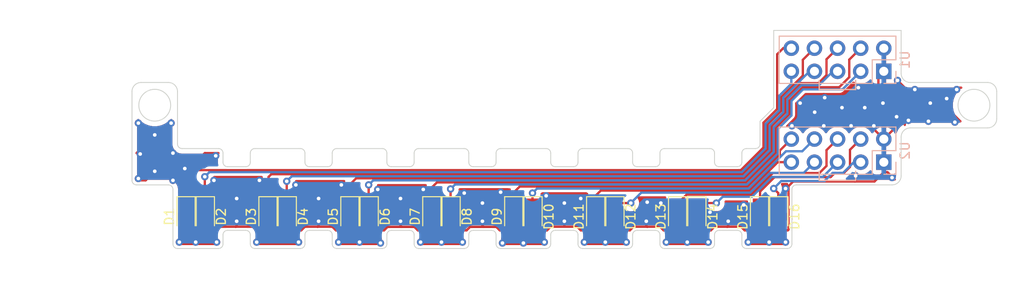
<source format=kicad_pcb>
(kicad_pcb (version 20171130) (host pcbnew "(5.1.6-0-10_14)")
  (layers (0 F.Cu signal) (31 B.Cu signal) (34 B.Paste user) (35 F.Paste user) (36 B.SilkS user) (37 F.SilkS user) (38 B.Mask user) (39 F.Mask user) (44 Edge.Cuts user))
  (net 0 "")
  (net 1 GND)
  (net 2 OUT1)
  (net 3 OUT2)
  (net 4 OUT3)
  (net 5 OUT4)
  (net 6 OUT5)
  (net 7 OUT6)
  (net 8 OUT7)
  (net 9 OUT8)
  (net 10 OUT9)
  (net 11 OUT10)
  (net 12 OUT11)
  (net 13 OUT12)
  (net 14 OUT13)
  (net 15 OUT14)
  (net 16 OUT15)
  (net 17 OUT16)
  (module Pin_Headers:Pin_Header_Straight_2x05_Pitch2.54mm (layer B.Cu) (at 193.095 102 90)
    (fp_text reference U2 (at 1.27 2.33 90) (layer B.SilkS) (effects (justify mirror)))
    (fp_text value Conn_02x05)
    (pad 1 thru_hole rect (at 0 0 90) (size 1.7 1.7) (drill 1) (layers *.Cu *.Mask) (net 1 GND))
    (pad 2 thru_hole oval (at 2.54 0 90) (size 1.7 1.7) (drill 1) (layers *.Cu *.Mask) (net 1 GND))
    (pad 3 thru_hole oval (at 0 -2.54 90) (size 1.7 1.7) (drill 1) (layers *.Cu *.Mask) (net 17 OUT16))
    (pad 4 thru_hole oval (at 2.54 -2.54 90) (size 1.7 1.7) (drill 1) (layers *.Cu *.Mask) (net 16 OUT15))
    (pad 5 thru_hole oval (at 0 -5.08 90) (size 1.7 1.7) (drill 1) (layers *.Cu *.Mask) (net 15 OUT14))
    (pad 6 thru_hole oval (at 2.54 -5.08 90) (size 1.7 1.7) (drill 1) (layers *.Cu *.Mask) (net 14 OUT13))
    (pad 7 thru_hole oval (at 0 -7.62 90) (size 1.7 1.7) (drill 1) (layers *.Cu *.Mask) (net 13 OUT12))
    (pad 8 thru_hole oval (at 2.54 -7.62 90) (size 1.7 1.7) (drill 1) (layers *.Cu *.Mask) (net 11 OUT10))
    (pad 9 thru_hole oval (at 0 -10.16 90) (size 1.7 1.7) (drill 1) (layers *.Cu *.Mask) (net 12 OUT11))
    (pad 10 thru_hole oval (at 2.54 -10.16 90) (size 1.7 1.7) (drill 1) (layers *.Cu *.Mask) (net 10 OUT9))
  )
  (module Diodes_SMD:D_1206 (layer F.Cu) (at 154.5 108 270)
    (fp_text reference D10 (at 0 -1.8 90) (layer F.SilkS))
    (fp_text value D_Photo)
    (pad 1 smd rect (at -1.5 0 270) (size 1 1.6) (layers F.Cu F.Paste F.Mask) (net 11 OUT10))
    (pad 2 smd rect (at 1.5 0 270) (size 1 1.6) (layers F.Cu F.Paste F.Mask) (net 1 GND))
  )
  (module Diodes_SMD:D_1206 (layer F.Cu) (at 127.5 108 270)
    (fp_text reference D4 (at 0 -1.8 90) (layer F.SilkS))
    (fp_text value D_Photo)
    (pad 1 smd rect (at -1.5 0 270) (size 1 1.6) (layers F.Cu F.Paste F.Mask) (net 5 OUT4))
    (pad 2 smd rect (at 1.5 0 270) (size 1 1.6) (layers F.Cu F.Paste F.Mask) (net 1 GND))
  )
  (module Diodes_SMD:D_1206 (layer F.Cu) (at 118.5 108 270)
    (fp_text reference D2 (at 0 -1.8 90) (layer F.SilkS))
    (fp_text value D_Photo)
    (pad 1 smd rect (at -1.5 0 270) (size 1 1.6) (layers F.Cu F.Paste F.Mask) (net 3 OUT2))
    (pad 2 smd rect (at 1.5 0 270) (size 1 1.6) (layers F.Cu F.Paste F.Mask) (net 1 GND))
  )
  (module Diodes_SMD:D_1206 (layer F.Cu) (at 116.5 108 270)
    (fp_text reference D1 (at 0 1.9 90) (layer F.SilkS))
    (fp_text value D_Photo)
    (pad 1 smd rect (at -1.5 0 270) (size 1 1.6) (layers F.Cu F.Paste F.Mask) (net 2 OUT1))
    (pad 2 smd rect (at 1.5 0 270) (size 1 1.6) (layers F.Cu F.Paste F.Mask) (net 1 GND))
  )
  (module Diodes_SMD:D_1206 (layer F.Cu) (at 125.5 108 270)
    (fp_text reference D3 (at 0 1.9 90) (layer F.SilkS))
    (fp_text value D_Photo)
    (pad 1 smd rect (at -1.5 0 270) (size 1 1.6) (layers F.Cu F.Paste F.Mask) (net 4 OUT3))
    (pad 2 smd rect (at 1.5 0 270) (size 1 1.6) (layers F.Cu F.Paste F.Mask) (net 1 GND))
  )
  (module Diodes_SMD:D_1206 (layer F.Cu) (at 134.5 108 270)
    (fp_text reference D5 (at 0 1.9 90) (layer F.SilkS))
    (fp_text value D_Photo)
    (pad 1 smd rect (at -1.5 0 270) (size 1 1.6) (layers F.Cu F.Paste F.Mask) (net 6 OUT5))
    (pad 2 smd rect (at 1.5 0 270) (size 1 1.6) (layers F.Cu F.Paste F.Mask) (net 1 GND))
  )
  (module Diodes_SMD:D_1206 (layer F.Cu) (at 136.5 108 270)
    (fp_text reference D6 (at 0 -1.8 90) (layer F.SilkS))
    (fp_text value D_Photo)
    (pad 1 smd rect (at -1.5 0 270) (size 1 1.6) (layers F.Cu F.Paste F.Mask) (net 7 OUT6))
    (pad 2 smd rect (at 1.5 0 270) (size 1 1.6) (layers F.Cu F.Paste F.Mask) (net 1 GND))
  )
  (module Diodes_SMD:D_1206 (layer F.Cu) (at 143.5 108 270)
    (fp_text reference D7 (at 0 1.9 90) (layer F.SilkS))
    (fp_text value D_Photo)
    (pad 1 smd rect (at -1.5 0 270) (size 1 1.6) (layers F.Cu F.Paste F.Mask) (net 8 OUT7))
    (pad 2 smd rect (at 1.5 0 270) (size 1 1.6) (layers F.Cu F.Paste F.Mask) (net 1 GND))
  )
  (module Diodes_SMD:D_1206 (layer F.Cu) (at 145.5 108 270)
    (fp_text reference D8 (at 0 -1.8 90) (layer F.SilkS))
    (fp_text value D_Photo)
    (pad 1 smd rect (at -1.5 0 270) (size 1 1.6) (layers F.Cu F.Paste F.Mask) (net 9 OUT8))
    (pad 2 smd rect (at 1.5 0 270) (size 1 1.6) (layers F.Cu F.Paste F.Mask) (net 1 GND))
  )
  (module Diodes_SMD:D_1206 (layer F.Cu) (at 152.5 108 270)
    (fp_text reference D9 (at 0 1.9 90) (layer F.SilkS))
    (fp_text value D_Photo)
    (pad 1 smd rect (at -1.5 0 270) (size 1 1.6) (layers F.Cu F.Paste F.Mask) (net 10 OUT9))
    (pad 2 smd rect (at 1.5 0 270) (size 1 1.6) (layers F.Cu F.Paste F.Mask) (net 1 GND))
  )
  (module Diodes_SMD:D_1206 (layer F.Cu) (at 161.5 108 270)
    (fp_text reference D11 (at 0 1.9 90) (layer F.SilkS))
    (fp_text value D_Photo)
    (pad 1 smd rect (at -1.5 0 270) (size 1 1.6) (layers F.Cu F.Paste F.Mask) (net 12 OUT11))
    (pad 2 smd rect (at 1.5 0 270) (size 1 1.6) (layers F.Cu F.Paste F.Mask) (net 1 GND))
  )
  (module Diodes_SMD:D_1206 (layer F.Cu) (at 163.5 108 270)
    (fp_text reference D12 (at 0 -1.8 90) (layer F.SilkS))
    (fp_text value D_Photo)
    (pad 1 smd rect (at -1.5 0 270) (size 1 1.6) (layers F.Cu F.Paste F.Mask) (net 13 OUT12))
    (pad 2 smd rect (at 1.5 0 270) (size 1 1.6) (layers F.Cu F.Paste F.Mask) (net 1 GND))
  )
  (module Diodes_SMD:D_1206 (layer F.Cu) (at 170.5 108 270)
    (fp_text reference D13 (at 0 1.9 90) (layer F.SilkS))
    (fp_text value D_Photo)
    (pad 1 smd rect (at -1.5 0 270) (size 1 1.6) (layers F.Cu F.Paste F.Mask) (net 14 OUT13))
    (pad 2 smd rect (at 1.5 0 270) (size 1 1.6) (layers F.Cu F.Paste F.Mask) (net 1 GND))
  )
  (module Diodes_SMD:D_1206 (layer F.Cu) (at 172.5 108 270)
    (fp_text reference D14 (at 0 -1.8 90) (layer F.SilkS))
    (fp_text value D_Photo)
    (pad 1 smd rect (at -1.5 0 270) (size 1 1.6) (layers F.Cu F.Paste F.Mask) (net 15 OUT14))
    (pad 2 smd rect (at 1.5 0 270) (size 1 1.6) (layers F.Cu F.Paste F.Mask) (net 1 GND))
  )
  (module Diodes_SMD:D_1206 (layer F.Cu) (at 179.5 108 270)
    (fp_text reference D15 (at 0 1.9 90) (layer F.SilkS))
    (fp_text value D_Photo)
    (pad 1 smd rect (at -1.5 0 270) (size 1 1.6) (layers F.Cu F.Paste F.Mask) (net 16 OUT15))
    (pad 2 smd rect (at 1.5 0 270) (size 1 1.6) (layers F.Cu F.Paste F.Mask) (net 1 GND))
  )
  (module Diodes_SMD:D_1206 (layer F.Cu) (at 181.5 108 270)
    (fp_text reference D16 (at 0 -1.8 90) (layer F.SilkS))
    (fp_text value D_Photo)
    (pad 1 smd rect (at -1.5 0 270) (size 1 1.6) (layers F.Cu F.Paste F.Mask) (net 17 OUT16))
    (pad 2 smd rect (at 1.5 0 270) (size 1 1.6) (layers F.Cu F.Paste F.Mask) (net 1 GND))
  )
  (module Pin_Headers:Pin_Header_Straight_2x05_Pitch2.54mm (layer B.Cu) (at 193.095 92 90)
    (fp_text reference U1 (at 1.27 2.33 90) (layer B.SilkS) (effects (justify mirror)))
    (fp_text value Conn_02x05)
    (pad 10 thru_hole oval (at 2.54 -10.16 90) (size 1.7 1.7) (drill 1) (layers *.Cu *.Mask) (net 2 OUT1))
    (pad 9 thru_hole oval (at 0 -10.16 90) (size 1.7 1.7) (drill 1) (layers *.Cu *.Mask) (net 3 OUT2))
    (pad 8 thru_hole oval (at 2.54 -7.62 90) (size 1.7 1.7) (drill 1) (layers *.Cu *.Mask) (net 4 OUT3))
    (pad 7 thru_hole oval (at 0 -7.62 90) (size 1.7 1.7) (drill 1) (layers *.Cu *.Mask) (net 5 OUT4))
    (pad 6 thru_hole oval (at 2.54 -5.08 90) (size 1.7 1.7) (drill 1) (layers *.Cu *.Mask) (net 6 OUT5))
    (pad 5 thru_hole oval (at 0 -5.08 90) (size 1.7 1.7) (drill 1) (layers *.Cu *.Mask) (net 7 OUT6))
    (pad 4 thru_hole oval (at 2.54 -2.54 90) (size 1.7 1.7) (drill 1) (layers *.Cu *.Mask) (net 8 OUT7))
    (pad 3 thru_hole oval (at 0 -2.54 90) (size 1.7 1.7) (drill 1) (layers *.Cu *.Mask) (net 9 OUT8))
    (pad 2 thru_hole oval (at 2.54 0 90) (size 1.7 1.7) (drill 1) (layers *.Cu *.Mask) (net 1 GND))
    (pad 1 thru_hole rect (at 0 0 90) (size 1.7 1.7) (drill 1) (layers *.Cu *.Mask) (net 1 GND))
  )
  (gr_line (start 190 104) (end 190 103) (layer B.SilkS) (width 0.15))
  (gr_line (start 186 104) (end 190 104) (layer B.SilkS) (width 0.15))
  (gr_line (start 186 103) (end 186 104) (layer B.SilkS) (width 0.15))
  (gr_line (start 190 94) (end 190 93) (layer B.SilkS) (width 0.15))
  (gr_line (start 186 94) (end 190 94) (layer B.SilkS) (width 0.15))
  (gr_line (start 186 93) (end 186 94) (layer B.SilkS) (width 0.15))
  (gr_arc (start 179 100) (end 179 100.5) (angle -90) (layer Edge.Cuts) (width 0.1))
  (gr_line (start 178 100.5) (end 179 100.5) (layer Edge.Cuts) (width 0.1))
  (gr_line (start 115 105) (end 115 111) (layer Edge.Cuts) (width 0.1))
  (gr_arc (start 111 104) (end 110.5 104) (angle -90) (layer Edge.Cuts) (width 0.1))
  (gr_arc (start 194 103.5) (end 194 104.5) (angle -90) (layer Edge.Cuts) (width 0.1))
  (gr_line (start 183.5 104.5) (end 194 104.5) (layer Edge.Cuts) (width 0.1))
  (gr_line (start 175 109.5) (end 177 109.5) (layer Edge.Cuts) (width 0.1))
  (gr_line (start 166 109.5) (end 168 109.5) (layer Edge.Cuts) (width 0.1))
  (gr_line (start 157 109.5) (end 159 109.5) (layer Edge.Cuts) (width 0.1))
  (gr_line (start 148 109.5) (end 150 109.5) (layer Edge.Cuts) (width 0.1))
  (gr_line (start 139 109.5) (end 141 109.5) (layer Edge.Cuts) (width 0.1))
  (gr_line (start 130 109.5) (end 132 109.5) (layer Edge.Cuts) (width 0.1))
  (gr_line (start 121 109.5) (end 123 109.5) (layer Edge.Cuts) (width 0.1))
  (gr_line (start 111 104.5) (end 114.5 104.5) (layer Edge.Cuts) (width 0.1))
  (gr_line (start 121 102.5) (end 123 102.5) (layer Edge.Cuts) (width 0.1))
  (gr_line (start 130 102.5) (end 132 102.5) (layer Edge.Cuts) (width 0.1))
  (gr_line (start 139 102.5) (end 141 102.5) (layer Edge.Cuts) (width 0.1))
  (gr_line (start 150 102.5) (end 148 102.5) (layer Edge.Cuts) (width 0.1))
  (gr_line (start 159 102.5) (end 157 102.5) (layer Edge.Cuts) (width 0.1))
  (gr_line (start 168 102.5) (end 166 102.5) (layer Edge.Cuts) (width 0.1))
  (gr_line (start 177 102.5) (end 175 102.5) (layer Edge.Cuts) (width 0.1))
  (gr_line (start 116 100.5) (end 120 100.5) (layer Edge.Cuts) (width 0.1))
  (gr_arc (start 177 102) (end 177 102.5) (angle -90) (layer Edge.Cuts) (width 0.1))
  (gr_arc (start 178 101) (end 178 100.5) (angle -90) (layer Edge.Cuts) (width 0.1))
  (gr_line (start 177.5 101) (end 177.5 102) (layer Edge.Cuts) (width 0.1))
  (gr_arc (start 121 102) (end 120.5 102) (angle -90) (layer Edge.Cuts) (width 0.1))
  (gr_arc (start 120 101) (end 120.5 101) (angle -90) (layer Edge.Cuts) (width 0.1))
  (gr_arc (start 116 100) (end 115.5 100) (angle -90) (layer Edge.Cuts) (width 0.1))
  (gr_line (start 120.5 101) (end 120.5 102) (layer Edge.Cuts) (width 0.1))
  (gr_line (start 123.5 101) (end 123.5 102) (layer Edge.Cuts) (width 0.1))
  (gr_line (start 124 100.5) (end 129 100.5) (layer Edge.Cuts) (width 0.1))
  (gr_arc (start 124 101) (end 124 100.5) (angle -90) (layer Edge.Cuts) (width 0.1))
  (gr_arc (start 130 102) (end 129.5 102) (angle -90) (layer Edge.Cuts) (width 0.1))
  (gr_arc (start 129 101) (end 129.5 101) (angle -90) (layer Edge.Cuts) (width 0.1))
  (gr_line (start 129.5 101) (end 129.5 102) (layer Edge.Cuts) (width 0.1))
  (gr_arc (start 123 102) (end 123 102.5) (angle -90) (layer Edge.Cuts) (width 0.1))
  (gr_arc (start 132 102) (end 132 102.5) (angle -90) (layer Edge.Cuts) (width 0.1))
  (gr_arc (start 133 101) (end 133 100.5) (angle -90) (layer Edge.Cuts) (width 0.1))
  (gr_line (start 133 100.5) (end 138 100.5) (layer Edge.Cuts) (width 0.1))
  (gr_line (start 138.5 101) (end 138.5 102) (layer Edge.Cuts) (width 0.1))
  (gr_arc (start 139 102) (end 138.5 102) (angle -90) (layer Edge.Cuts) (width 0.1))
  (gr_arc (start 138 101) (end 138.5 101) (angle -90) (layer Edge.Cuts) (width 0.1))
  (gr_line (start 132.5 101) (end 132.5 102) (layer Edge.Cuts) (width 0.1))
  (gr_arc (start 148 102) (end 147.5 102) (angle -90) (layer Edge.Cuts) (width 0.1))
  (gr_line (start 141.5 101) (end 141.5 102) (layer Edge.Cuts) (width 0.1))
  (gr_arc (start 147 101) (end 147.5 101) (angle -90) (layer Edge.Cuts) (width 0.1))
  (gr_arc (start 141 102) (end 141 102.5) (angle -90) (layer Edge.Cuts) (width 0.1))
  (gr_line (start 147.5 101) (end 147.5 102) (layer Edge.Cuts) (width 0.1))
  (gr_line (start 142 100.5) (end 147 100.5) (layer Edge.Cuts) (width 0.1))
  (gr_arc (start 142 101) (end 142 100.5) (angle -90) (layer Edge.Cuts) (width 0.1))
  (gr_arc (start 150 102) (end 150 102.5) (angle -90) (layer Edge.Cuts) (width 0.1))
  (gr_arc (start 151 101) (end 151 100.5) (angle -90) (layer Edge.Cuts) (width 0.1))
  (gr_line (start 151 100.5) (end 156 100.5) (layer Edge.Cuts) (width 0.1))
  (gr_arc (start 156 101) (end 156.5 101) (angle -90) (layer Edge.Cuts) (width 0.1))
  (gr_arc (start 157 102) (end 156.5 102) (angle -90) (layer Edge.Cuts) (width 0.1))
  (gr_line (start 150.5 101) (end 150.5 102) (layer Edge.Cuts) (width 0.1))
  (gr_line (start 156.5 101) (end 156.5 102) (layer Edge.Cuts) (width 0.1))
  (gr_arc (start 159 102) (end 159 102.5) (angle -90) (layer Edge.Cuts) (width 0.1))
  (gr_arc (start 160 101) (end 160 100.5) (angle -90) (layer Edge.Cuts) (width 0.1))
  (gr_line (start 165.5 101) (end 165.5 102) (layer Edge.Cuts) (width 0.1))
  (gr_arc (start 165 101) (end 165.5 101) (angle -90) (layer Edge.Cuts) (width 0.1))
  (gr_line (start 160 100.5) (end 165 100.5) (layer Edge.Cuts) (width 0.1))
  (gr_arc (start 166 102) (end 165.5 102) (angle -90) (layer Edge.Cuts) (width 0.1))
  (gr_line (start 159.5 101) (end 159.5 102) (layer Edge.Cuts) (width 0.1))
  (gr_arc (start 169 101) (end 169 100.5) (angle -90) (layer Edge.Cuts) (width 0.1))
  (gr_arc (start 168 102) (end 168 102.5) (angle -90) (layer Edge.Cuts) (width 0.1))
  (gr_arc (start 175 102) (end 174.5 102) (angle -90) (layer Edge.Cuts) (width 0.1))
  (gr_line (start 168.5 101) (end 168.5 102) (layer Edge.Cuts) (width 0.1))
  (gr_line (start 174.5 101) (end 174.5 102) (layer Edge.Cuts) (width 0.1))
  (gr_arc (start 174 101) (end 174.5 101) (angle -90) (layer Edge.Cuts) (width 0.1))
  (gr_line (start 169 100.5) (end 174 100.5) (layer Edge.Cuts) (width 0.1))
  (gr_arc (start 177 110) (end 177.5 110) (angle -90) (layer Edge.Cuts) (width 0.1))
  (gr_line (start 177.5 111) (end 177.5 110) (layer Edge.Cuts) (width 0.1))
  (gr_arc (start 178 111) (end 177.5 111) (angle -90) (layer Edge.Cuts) (width 0.1))
  (gr_arc (start 183.5 105) (end 183.5 104.5) (angle -90) (layer Edge.Cuts) (width 0.1))
  (gr_line (start 182.5 111.5) (end 178 111.5) (layer Edge.Cuts) (width 0.1))
  (gr_line (start 183 111) (end 183 105) (layer Edge.Cuts) (width 0.1))
  (gr_arc (start 182.5 111) (end 182.5 111.5) (angle -90) (layer Edge.Cuts) (width 0.1))
  (gr_line (start 174.5 111) (end 174.5 110) (layer Edge.Cuts) (width 0.1))
  (gr_arc (start 175 110) (end 175 109.5) (angle -90) (layer Edge.Cuts) (width 0.1))
  (gr_arc (start 168 110) (end 168.5 110) (angle -90) (layer Edge.Cuts) (width 0.1))
  (gr_line (start 168.5 111) (end 168.5 110) (layer Edge.Cuts) (width 0.1))
  (gr_arc (start 174 111) (end 174 111.5) (angle -90) (layer Edge.Cuts) (width 0.1))
  (gr_arc (start 169 111) (end 168.5 111) (angle -90) (layer Edge.Cuts) (width 0.1))
  (gr_line (start 174 111.5) (end 169 111.5) (layer Edge.Cuts) (width 0.1))
  (gr_arc (start 166 110) (end 166 109.5) (angle -90) (layer Edge.Cuts) (width 0.1))
  (gr_line (start 159.5 111) (end 159.5 110) (layer Edge.Cuts) (width 0.1))
  (gr_arc (start 165 111) (end 165 111.5) (angle -90) (layer Edge.Cuts) (width 0.1))
  (gr_line (start 165 111.5) (end 160 111.5) (layer Edge.Cuts) (width 0.1))
  (gr_arc (start 159 110) (end 159.5 110) (angle -90) (layer Edge.Cuts) (width 0.1))
  (gr_arc (start 160 111) (end 159.5 111) (angle -90) (layer Edge.Cuts) (width 0.1))
  (gr_line (start 165.5 111) (end 165.5 110) (layer Edge.Cuts) (width 0.1))
  (gr_arc (start 150 110) (end 150.5 110) (angle -90) (layer Edge.Cuts) (width 0.1))
  (gr_arc (start 151 111) (end 150.5 111) (angle -90) (layer Edge.Cuts) (width 0.1))
  (gr_line (start 156.5 111) (end 156.5 110) (layer Edge.Cuts) (width 0.1))
  (gr_arc (start 156 111) (end 156 111.5) (angle -90) (layer Edge.Cuts) (width 0.1))
  (gr_line (start 156 111.5) (end 151 111.5) (layer Edge.Cuts) (width 0.1))
  (gr_arc (start 157 110) (end 157 109.5) (angle -90) (layer Edge.Cuts) (width 0.1))
  (gr_line (start 150.5 111) (end 150.5 110) (layer Edge.Cuts) (width 0.1))
  (gr_line (start 147.5 111) (end 147.5 110) (layer Edge.Cuts) (width 0.1))
  (gr_arc (start 141 110) (end 141.5 110) (angle -90) (layer Edge.Cuts) (width 0.1))
  (gr_line (start 141.5 111) (end 141.5 110) (layer Edge.Cuts) (width 0.1))
  (gr_arc (start 148 110) (end 148 109.5) (angle -90) (layer Edge.Cuts) (width 0.1))
  (gr_arc (start 147 111) (end 147 111.5) (angle -90) (layer Edge.Cuts) (width 0.1))
  (gr_line (start 147 111.5) (end 142 111.5) (layer Edge.Cuts) (width 0.1))
  (gr_arc (start 142 111) (end 141.5 111) (angle -90) (layer Edge.Cuts) (width 0.1))
  (gr_line (start 138.5 111) (end 138.5 110) (layer Edge.Cuts) (width 0.1))
  (gr_arc (start 139 110) (end 139 109.5) (angle -90) (layer Edge.Cuts) (width 0.1))
  (gr_arc (start 138 111) (end 138 111.5) (angle -90) (layer Edge.Cuts) (width 0.1))
  (gr_line (start 138 111.5) (end 133 111.5) (layer Edge.Cuts) (width 0.1))
  (gr_arc (start 132 110) (end 132.5 110) (angle -90) (layer Edge.Cuts) (width 0.1))
  (gr_line (start 132.5 111) (end 132.5 110) (layer Edge.Cuts) (width 0.1))
  (gr_arc (start 133 111) (end 132.5 111) (angle -90) (layer Edge.Cuts) (width 0.1))
  (gr_line (start 129.5 111) (end 129.5 110) (layer Edge.Cuts) (width 0.1))
  (gr_arc (start 130 110) (end 130 109.5) (angle -90) (layer Edge.Cuts) (width 0.1))
  (gr_arc (start 129 111) (end 129 111.5) (angle -90) (layer Edge.Cuts) (width 0.1))
  (gr_line (start 123.5 111) (end 123.5 110) (layer Edge.Cuts) (width 0.1))
  (gr_arc (start 123 110) (end 123.5 110) (angle -90) (layer Edge.Cuts) (width 0.1))
  (gr_line (start 129 111.5) (end 124 111.5) (layer Edge.Cuts) (width 0.1))
  (gr_arc (start 124 111) (end 123.5 111) (angle -90) (layer Edge.Cuts) (width 0.1))
  (gr_arc (start 121 110) (end 121 109.5) (angle -90) (layer Edge.Cuts) (width 0.1))
  (gr_arc (start 114.5 105) (end 115 105) (angle -90) (layer Edge.Cuts) (width 0.1))
  (gr_line (start 120.5 111) (end 120.5 110) (layer Edge.Cuts) (width 0.1))
  (gr_arc (start 120 111) (end 120 111.5) (angle -90) (layer Edge.Cuts) (width 0.1))
  (gr_arc (start 115.5 111) (end 115 111) (angle -90) (layer Edge.Cuts) (width 0.1))
  (gr_line (start 120 111.5) (end 115.5 111.5) (layer Edge.Cuts) (width 0.1))
  (gr_arc (start 114.5 94.23) (end 115.5 94.23) (angle -90) (layer Edge.Cuts) (width 0.1))
  (gr_arc (start 111.5 94.23) (end 111.5 93.23) (angle -90) (layer Edge.Cuts) (width 0.1))
  (gr_line (start 111.5 93.23) (end 114.5 93.23) (layer Edge.Cuts) (width 0.1))
  (gr_line (start 110.5 104) (end 110.5 94.23) (layer Edge.Cuts) (width 0.1))
  (gr_line (start 115.5 100) (end 115.5 94.23) (layer Edge.Cuts) (width 0.1))
  (gr_circle (center 113 95.73) (end 114.75 95.73) (layer Edge.Cuts) (width 0.1))
  (gr_circle (center 203 95.73) (end 204.75 95.73) (layer Edge.Cuts) (width 0.1))
  (gr_arc (start 196 92.23) (end 195 92.23) (angle -90) (layer Edge.Cuts) (width 0.1))
  (gr_arc (start 196 99.23) (end 196 98.23) (angle -90) (layer Edge.Cuts) (width 0.1))
  (gr_line (start 195 92.23) (end 195 87.5) (layer Edge.Cuts) (width 0.1))
  (gr_arc (start 204.5 97.23) (end 204.5 98.23) (angle -90) (layer Edge.Cuts) (width 0.1))
  (gr_arc (start 204.5 94.23) (end 205.5 94.23) (angle -90) (layer Edge.Cuts) (width 0.1))
  (gr_line (start 196 98.23) (end 204.5 98.23) (layer Edge.Cuts) (width 0.1))
  (gr_line (start 205.5 94.23) (end 205.5 97.23) (layer Edge.Cuts) (width 0.1))
  (gr_line (start 196 93.23) (end 204.5 93.23) (layer Edge.Cuts) (width 0.1))
  (gr_line (start 181 96) (end 181 93) (layer Edge.Cuts) (width 0.1))
  (gr_line (start 179.5 97.5) (end 181 96) (layer Edge.Cuts) (width 0.1))
  (gr_line (start 179.5 100) (end 179.5 97.5) (layer Edge.Cuts) (width 0.1))
  (gr_line (start 181 87.5) (end 195 87.5) (layer Edge.Cuts) (width 0.1))
  (gr_line (start 181 93) (end 181 87.5) (layer Edge.Cuts) (width 0.1))
  (gr_line (start 195 103.5) (end 195 99.23) (layer Edge.Cuts) (width 0.1))
  (via (at 111.2 97.7) (size 0.8) (drill 0.4) (layers F.Cu B.Cu) (net 1))
  (segment (start 116.5 109.5) (end 118.5 109.5) (width 0.25) (layer F.Cu) (net 1))
  (segment (start 125.5 109.5) (end 127.5 109.5) (width 0.25) (layer F.Cu) (net 1))
  (segment (start 134.5 109.5) (end 136.5 109.5) (width 0.25) (layer F.Cu) (net 1))
  (segment (start 143.5 109.5) (end 145.5 109.5) (width 0.25) (layer F.Cu) (net 1))
  (segment (start 152.5 109.5) (end 154.5 109.5) (width 0.25) (layer F.Cu) (net 1))
  (segment (start 161.5 109.5) (end 163.5 109.5) (width 0.25) (layer F.Cu) (net 1))
  (segment (start 170.5 109.5) (end 172.5 109.5) (width 0.25) (layer F.Cu) (net 1))
  (segment (start 179.5 109.5) (end 181.5 109.5) (width 0.25) (layer F.Cu) (net 1))
  (segment (start 193.095 99.46) (end 193.095 102) (width 0.25) (layer F.Cu) (net 1))
  (via (at 194.5 97) (size 0.8) (drill 0.4) (layers F.Cu B.Cu) (net 1))
  (via (at 189.5 98) (size 0.8) (drill 0.4) (layers F.Cu B.Cu) (net 1))
  (segment (start 194.5 98.055) (end 194.5 97) (width 0.25) (layer F.Cu) (net 1))
  (segment (start 193.095 99.46) (end 194.5 98.055) (width 0.25) (layer F.Cu) (net 1))
  (segment (start 194.5 96) (end 192.5 94) (width 0.25) (layer F.Cu) (net 1))
  (segment (start 194.5 97) (end 194.5 96) (width 0.25) (layer F.Cu) (net 1))
  (segment (start 192.5 92.595) (end 193.095 92) (width 0.25) (layer F.Cu) (net 1))
  (segment (start 192.5 94) (end 192.5 92.595) (width 0.25) (layer F.Cu) (net 1))
  (segment (start 193.095 89.46) (end 193.095 92) (width 0.25) (layer F.Cu) (net 1))
  (via (at 195.8 97.4) (size 0.8) (drill 0.4) (layers F.Cu B.Cu) (net 1))
  (via (at 194.6 93) (size 0.8) (drill 0.4) (layers F.Cu B.Cu) (net 1))
  (via (at 201.1 94) (size 0.8) (drill 0.4) (layers F.Cu B.Cu) (net 1))
  (via (at 198.2 95.5) (size 0.8) (drill 0.4) (layers F.Cu B.Cu) (net 1))
  (via (at 196.5 94) (size 0.8) (drill 0.4) (layers F.Cu B.Cu) (net 1))
  (via (at 200 95) (size 0.8) (drill 0.4) (layers F.Cu B.Cu) (net 1))
  (segment (start 196.1 94.5) (end 196.5 94.5) (width 0.25) (layer F.Cu) (net 1))
  (segment (start 199.5 94.5) (end 200 95) (width 0.25) (layer F.Cu) (net 1))
  (segment (start 201.2 93.8) (end 200 95) (width 0.25) (layer F.Cu) (net 1))
  (segment (start 201.6 93.8) (end 201.2 93.8) (width 0.25) (layer F.Cu) (net 1))
  (segment (start 200 96) (end 200 95) (width 0.25) (layer F.Cu) (net 1))
  (segment (start 198.2 94.5) (end 199.5 94.5) (width 0.25) (layer F.Cu) (net 1))
  (segment (start 198.2 96.3) (end 198.2 94.5) (width 0.25) (layer F.Cu) (net 1))
  (segment (start 196.5 94.5) (end 198.2 94.5) (width 0.25) (layer F.Cu) (net 1))
  (segment (start 195.4 94.4) (end 195.7 94.1) (width 0.25) (layer F.Cu) (net 1))
  (segment (start 195.7 94.1) (end 196.1 94.5) (width 0.25) (layer F.Cu) (net 1))
  (segment (start 194.6 93) (end 195.7 94.1) (width 0.25) (layer F.Cu) (net 1))
  (segment (start 194.5 97) (end 195.4 97) (width 0.25) (layer F.Cu) (net 1))
  (segment (start 195.4 97) (end 195.4 94.4) (width 0.25) (layer F.Cu) (net 1))
  (segment (start 195.4 97.9) (end 195.4 97) (width 0.25) (layer F.Cu) (net 1))
  (segment (start 118.5 109.5) (end 119.8 109.5) (width 0.25) (layer F.Cu) (net 1))
  (segment (start 119.8 109.5) (end 120.192144 109.107856) (width 0.25) (layer F.Cu) (net 1))
  (segment (start 124.2 109.5) (end 125.5 109.5) (width 0.25) (layer F.Cu) (net 1))
  (segment (start 123.807856 109.107856) (end 124.2 109.5) (width 0.25) (layer F.Cu) (net 1))
  (segment (start 127.5 109.5) (end 129.1 109.5) (width 0.25) (layer F.Cu) (net 1))
  (segment (start 129.1 109.5) (end 129.492144 109.107856) (width 0.25) (layer F.Cu) (net 1))
  (segment (start 132.9 109.5) (end 134.5 109.5) (width 0.25) (layer F.Cu) (net 1))
  (segment (start 132.507856 109.107856) (end 132.9 109.5) (width 0.25) (layer F.Cu) (net 1))
  (segment (start 136.5 109.5) (end 138.2 109.5) (width 0.25) (layer F.Cu) (net 1))
  (segment (start 138.2 109.5) (end 138.575754 109.124246) (width 0.25) (layer F.Cu) (net 1))
  (segment (start 141.9 109.5) (end 143.5 109.5) (width 0.25) (layer F.Cu) (net 1))
  (segment (start 141.524246 109.124246) (end 141.9 109.5) (width 0.25) (layer F.Cu) (net 1))
  (segment (start 150.9 109.5) (end 152.5 109.5) (width 0.25) (layer F.Cu) (net 1))
  (segment (start 147.261496 109.5) (end 147.63725 109.124246) (width 0.25) (layer F.Cu) (net 1))
  (segment (start 150.524246 109.124246) (end 150.9 109.5) (width 0.25) (layer F.Cu) (net 1))
  (segment (start 145.5 109.5) (end 147.261496 109.5) (width 0.25) (layer F.Cu) (net 1))
  (segment (start 154.5 109.5) (end 156.1 109.5) (width 0.25) (layer F.Cu) (net 1))
  (segment (start 156.492144 109.107856) (end 159.407856 109.107856) (width 0.25) (layer F.Cu) (net 1))
  (segment (start 156.1 109.5) (end 156.492144 109.107856) (width 0.25) (layer F.Cu) (net 1))
  (segment (start 159.8 109.5) (end 161.5 109.5) (width 0.25) (layer F.Cu) (net 1))
  (segment (start 159.407856 109.107856) (end 159.8 109.5) (width 0.25) (layer F.Cu) (net 1))
  (segment (start 163.5 109.5) (end 165.2 109.5) (width 0.25) (layer F.Cu) (net 1))
  (segment (start 165.2 109.5) (end 165.592144 109.107856) (width 0.25) (layer F.Cu) (net 1))
  (segment (start 168.9 109.5) (end 170.5 109.5) (width 0.25) (layer F.Cu) (net 1))
  (segment (start 168.507856 109.107856) (end 168.9 109.5) (width 0.25) (layer F.Cu) (net 1))
  (segment (start 172.5 109.5) (end 174.1 109.5) (width 0.25) (layer F.Cu) (net 1))
  (segment (start 174.1 109.5) (end 174.492144 109.107856) (width 0.25) (layer F.Cu) (net 1))
  (segment (start 177.8 109.5) (end 179.5 109.5) (width 0.25) (layer F.Cu) (net 1))
  (segment (start 177.407856 109.107856) (end 177.8 109.5) (width 0.25) (layer F.Cu) (net 1))
  (segment (start 182.55 109.5) (end 182.625001 109.424999) (width 0.25) (layer F.Cu) (net 1))
  (segment (start 182.625001 109.424999) (end 182.625001 105.474999) (width 0.25) (layer F.Cu) (net 1))
  (segment (start 181.5 109.5) (end 182.55 109.5) (width 0.25) (layer F.Cu) (net 1))
  (via (at 114.8 97.7) (size 0.8) (drill 0.4) (layers F.Cu B.Cu) (net 1))
  (via (at 111.4 101.1) (size 0.8) (drill 0.4) (layers F.Cu B.Cu) (net 1))
  (via (at 111.2 103.8) (size 0.8) (drill 0.4) (layers F.Cu B.Cu) (net 1))
  (via (at 119.7 101.3) (size 0.8) (drill 0.4) (layers F.Cu B.Cu) (net 1))
  (via (at 115 101) (size 0.8) (drill 0.4) (layers F.Cu B.Cu) (net 1))
  (via (at 115 104) (size 0.8) (drill 0.4) (layers F.Cu B.Cu) (net 1))
  (via (at 119.5 104) (size 0.8) (drill 0.4) (layers F.Cu B.Cu) (net 1))
  (via (at 124.5 104) (size 0.8) (drill 0.4) (layers F.Cu B.Cu) (net 1))
  (via (at 122 108.5) (size 0.8) (drill 0.4) (layers F.Cu B.Cu) (net 1))
  (via (at 117.5 110.8) (size 0.8) (drill 0.4) (layers F.Cu B.Cu) (net 1))
  (via (at 135.5 110.8) (size 0.8) (drill 0.4) (layers F.Cu B.Cu) (net 1))
  (via (at 144.5 110.8) (size 0.8) (drill 0.4) (layers F.Cu B.Cu) (net 1))
  (via (at 153.5 110.9) (size 0.8) (drill 0.4) (layers F.Cu B.Cu) (net 1))
  (via (at 162.5 110.8) (size 0.8) (drill 0.4) (layers F.Cu B.Cu) (net 1))
  (via (at 171.5 110.8) (size 0.8) (drill 0.4) (layers F.Cu B.Cu) (net 1))
  (via (at 180.5 110.8) (size 0.8) (drill 0.4) (layers F.Cu B.Cu) (net 1))
  (via (at 182.3 110.8) (size 0.8) (drill 0.4) (layers F.Cu B.Cu) (net 1))
  (via (at 178.2 110.8) (size 0.8) (drill 0.4) (layers F.Cu B.Cu) (net 1))
  (via (at 173.8 110.8) (size 0.8) (drill 0.4) (layers F.Cu B.Cu) (net 1))
  (via (at 169.2 110.8) (size 0.8) (drill 0.4) (layers F.Cu B.Cu) (net 1))
  (via (at 164.8 110.8) (size 0.8) (drill 0.4) (layers F.Cu B.Cu) (net 1))
  (via (at 160.2 110.8) (size 0.8) (drill 0.4) (layers F.Cu B.Cu) (net 1))
  (via (at 155.8 110.8) (size 0.8) (drill 0.4) (layers F.Cu B.Cu) (net 1))
  (via (at 151.2 110.9) (size 0.8) (drill 0.4) (layers F.Cu B.Cu) (net 1))
  (via (at 146.8 110.8) (size 0.8) (drill 0.4) (layers F.Cu B.Cu) (net 1))
  (via (at 142.2 110.8) (size 0.8) (drill 0.4) (layers F.Cu B.Cu) (net 1))
  (via (at 137.8 110.9) (size 0.8) (drill 0.4) (layers F.Cu B.Cu) (net 1))
  (via (at 133.2 110.8) (size 0.8) (drill 0.4) (layers F.Cu B.Cu) (net 1))
  (via (at 128.8 110.8) (size 0.8) (drill 0.4) (layers F.Cu B.Cu) (net 1))
  (via (at 124.2 110.8) (size 0.8) (drill 0.4) (layers F.Cu B.Cu) (net 1))
  (via (at 119.8 110.8) (size 0.8) (drill 0.4) (layers F.Cu B.Cu) (net 1))
  (via (at 115.7 110.8) (size 0.8) (drill 0.4) (layers F.Cu B.Cu) (net 1))
  (via (at 122 106) (size 0.8) (drill 0.4) (layers F.Cu B.Cu) (net 1))
  (via (at 131 106) (size 0.8) (drill 0.4) (layers F.Cu B.Cu) (net 1))
  (via (at 131 108.5) (size 0.8) (drill 0.4) (layers F.Cu B.Cu) (net 1))
  (via (at 128.5 104.5) (size 0.8) (drill 0.4) (layers F.Cu B.Cu) (net 1))
  (via (at 133.5 104.5) (size 0.8) (drill 0.4) (layers F.Cu B.Cu) (net 1))
  (via (at 140 108.5) (size 0.8) (drill 0.4) (layers F.Cu B.Cu) (net 1))
  (via (at 140 106) (size 0.8) (drill 0.4) (layers F.Cu B.Cu) (net 1))
  (via (at 142.5 105) (size 0.8) (drill 0.4) (layers F.Cu B.Cu) (net 1))
  (via (at 137.5 105) (size 0.8) (drill 0.4) (layers F.Cu B.Cu) (net 1))
  (via (at 149 108.5) (size 0.8) (drill 0.4) (layers F.Cu B.Cu) (net 1))
  (via (at 149 106.5) (size 0.8) (drill 0.4) (layers F.Cu B.Cu) (net 1))
  (via (at 147 105.4) (size 0.8) (drill 0.4) (layers F.Cu B.Cu) (net 1))
  (via (at 151 105.3) (size 0.8) (drill 0.4) (layers F.Cu B.Cu) (net 1))
  (via (at 158 108.5) (size 0.8) (drill 0.4) (layers F.Cu B.Cu) (net 1))
  (via (at 158 106.5) (size 0.8) (drill 0.4) (layers F.Cu B.Cu) (net 1))
  (via (at 156 105.7) (size 0.8) (drill 0.4) (layers F.Cu B.Cu) (net 1))
  (via (at 159.8 106) (size 0.8) (drill 0.4) (layers F.Cu B.Cu) (net 1))
  (via (at 176 108.5) (size 0.8) (drill 0.4) (layers F.Cu B.Cu) (net 1))
  (via (at 174 107.5) (size 0.8) (drill 0.4) (layers F.Cu B.Cu) (net 1))
  (via (at 177.7 106.7) (size 0.8) (drill 0.4) (layers F.Cu B.Cu) (net 1))
  (via (at 190 103.5) (size 0.8) (drill 0.4) (layers F.Cu B.Cu) (net 1))
  (via (at 183.9 95.5) (size 0.8) (drill 0.4) (layers F.Cu B.Cu) (net 1))
  (via (at 183 98) (size 0.8) (drill 0.4) (layers F.Cu B.Cu) (net 1))
  (via (at 186.5 98) (size 0.8) (drill 0.4) (layers F.Cu B.Cu) (net 1))
  (via (at 192 98) (size 0.8) (drill 0.4) (layers F.Cu B.Cu) (net 1))
  (via (at 186.6 94.9) (size 0.8) (drill 0.4) (layers F.Cu B.Cu) (net 1))
  (via (at 190.3 93.8) (size 0.8) (drill 0.4) (layers F.Cu B.Cu) (net 1))
  (via (at 185.5 96.5) (size 0.8) (drill 0.4) (layers F.Cu B.Cu) (net 1))
  (via (at 188.5 96) (size 0.8) (drill 0.4) (layers F.Cu B.Cu) (net 1))
  (via (at 191 96) (size 0.8) (drill 0.4) (layers F.Cu B.Cu) (net 1))
  (via (at 193 95.5) (size 0.8) (drill 0.4) (layers F.Cu B.Cu) (net 1))
  (via (at 200.9 97.6) (size 0.8) (drill 0.4) (layers F.Cu B.Cu) (net 1))
  (via (at 198 97.5) (size 0.8) (drill 0.4) (layers F.Cu B.Cu) (net 1))
  (via (at 113 103) (size 0.8) (drill 0.4) (layers F.Cu B.Cu) (net 1))
  (via (at 113 99) (size 0.8) (drill 0.4) (layers F.Cu B.Cu) (net 1))
  (via (at 116.3 102.7) (size 0.8) (drill 0.4) (layers F.Cu B.Cu) (net 1))
  (segment (start 112.5 99) (end 113 99) (width 0.25) (layer F.Cu) (net 1))
  (segment (start 111 97.5) (end 112.5 99) (width 0.25) (layer F.Cu) (net 1))
  (segment (start 113.5 99) (end 113 99) (width 0.25) (layer F.Cu) (net 1))
  (segment (start 115 97.5) (end 113.5 99) (width 0.25) (layer F.Cu) (net 1))
  (segment (start 111 101) (end 113 99) (width 0.25) (layer F.Cu) (net 1))
  (segment (start 115 101) (end 113 99) (width 0.25) (layer F.Cu) (net 1))
  (segment (start 113 103) (end 115 101) (width 0.25) (layer F.Cu) (net 1))
  (segment (start 115 101.5) (end 115 101) (width 0.25) (layer F.Cu) (net 1))
  (segment (start 116.5 103) (end 115 101.5) (width 0.25) (layer F.Cu) (net 1))
  (segment (start 118.5 101) (end 116.5 103) (width 0.25) (layer F.Cu) (net 1))
  (segment (start 120 101) (end 118.5 101) (width 0.25) (layer F.Cu) (net 1))
  (segment (start 115.5 111) (end 117.5 111) (width 0.25) (layer F.Cu) (net 1))
  (segment (start 118.5 109.5) (end 118.5 111) (width 0.25) (layer F.Cu) (net 1))
  (segment (start 118.5 111) (end 120 111) (width 0.25) (layer F.Cu) (net 1))
  (segment (start 117.5 111) (end 118.5 111) (width 0.25) (layer F.Cu) (net 1))
  (segment (start 122 109) (end 121.892144 109.107856) (width 0.25) (layer F.Cu) (net 1))
  (segment (start 122 108.5) (end 122 109) (width 0.25) (layer F.Cu) (net 1))
  (segment (start 121.892144 109.107856) (end 123.807856 109.107856) (width 0.25) (layer F.Cu) (net 1))
  (segment (start 120.192144 109.107856) (end 121.892144 109.107856) (width 0.25) (layer F.Cu) (net 1))
  (segment (start 122 106) (end 122 108.5) (width 0.25) (layer F.Cu) (net 1))
  (segment (start 121.5 106) (end 122 106) (width 0.25) (layer F.Cu) (net 1))
  (segment (start 119.5 104) (end 121.5 106) (width 0.25) (layer F.Cu) (net 1))
  (segment (start 122.5 106) (end 122 106) (width 0.25) (layer F.Cu) (net 1))
  (segment (start 124.5 104) (end 122.5 106) (width 0.25) (layer F.Cu) (net 1))
  (segment (start 131 109) (end 130.892144 109.107856) (width 0.25) (layer F.Cu) (net 1))
  (segment (start 130.892144 109.107856) (end 132.507856 109.107856) (width 0.25) (layer F.Cu) (net 1))
  (segment (start 131 108.5) (end 131 109) (width 0.25) (layer F.Cu) (net 1))
  (segment (start 129.492144 109.107856) (end 130.892144 109.107856) (width 0.25) (layer F.Cu) (net 1))
  (segment (start 124 111) (end 126.5 111) (width 0.25) (layer F.Cu) (net 1))
  (segment (start 127.5 109.5) (end 127.5 111) (width 0.25) (layer F.Cu) (net 1))
  (segment (start 127.5 111) (end 129 111) (width 0.25) (layer F.Cu) (net 1))
  (segment (start 126.5 111) (end 127.5 111) (width 0.25) (layer F.Cu) (net 1))
  (segment (start 131 106) (end 131 108.5) (width 0.25) (layer F.Cu) (net 1))
  (segment (start 129.5 104.5) (end 131 106) (width 0.25) (layer F.Cu) (net 1))
  (segment (start 128.5 104.5) (end 129.5 104.5) (width 0.25) (layer F.Cu) (net 1))
  (segment (start 132.5 104.5) (end 131 106) (width 0.25) (layer F.Cu) (net 1))
  (segment (start 133.5 104.5) (end 132.5 104.5) (width 0.25) (layer F.Cu) (net 1))
  (segment (start 133 111) (end 135.5 111) (width 0.25) (layer F.Cu) (net 1))
  (segment (start 136.5 109.5) (end 136.5 111) (width 0.25) (layer F.Cu) (net 1))
  (segment (start 136.5 111) (end 138 111) (width 0.25) (layer F.Cu) (net 1))
  (segment (start 135.5 111) (end 136.5 111) (width 0.25) (layer F.Cu) (net 1))
  (segment (start 139 105) (end 140 106) (width 0.25) (layer F.Cu) (net 1))
  (segment (start 137.5 105) (end 139 105) (width 0.25) (layer F.Cu) (net 1))
  (segment (start 141 105) (end 140 106) (width 0.25) (layer F.Cu) (net 1))
  (segment (start 142.5 105) (end 141 105) (width 0.25) (layer F.Cu) (net 1))
  (segment (start 140 106) (end 140 108.5) (width 0.25) (layer F.Cu) (net 1))
  (segment (start 140 109) (end 140.124246 109.124246) (width 0.25) (layer F.Cu) (net 1))
  (segment (start 140 108.5) (end 140 109) (width 0.25) (layer F.Cu) (net 1))
  (segment (start 140.124246 109.124246) (end 141.524246 109.124246) (width 0.25) (layer F.Cu) (net 1))
  (segment (start 138.575754 109.124246) (end 140.124246 109.124246) (width 0.25) (layer F.Cu) (net 1))
  (segment (start 142 111) (end 144.5 111) (width 0.25) (layer F.Cu) (net 1))
  (segment (start 145.5 109.5) (end 145.5 111) (width 0.25) (layer F.Cu) (net 1))
  (segment (start 145.5 111) (end 147 111) (width 0.25) (layer F.Cu) (net 1))
  (segment (start 144.5 111) (end 145.5 111) (width 0.25) (layer F.Cu) (net 1))
  (segment (start 147.5 105) (end 149 106.5) (width 0.25) (layer F.Cu) (net 1))
  (segment (start 146.5 105) (end 147.5 105) (width 0.25) (layer F.Cu) (net 1))
  (segment (start 150.5 105) (end 149 106.5) (width 0.25) (layer F.Cu) (net 1))
  (segment (start 152 105) (end 150.5 105) (width 0.25) (layer F.Cu) (net 1))
  (segment (start 149 106.5) (end 149 108.5) (width 0.25) (layer F.Cu) (net 1))
  (segment (start 149 109) (end 149.124246 109.124246) (width 0.25) (layer F.Cu) (net 1))
  (segment (start 149 108.5) (end 149 109) (width 0.25) (layer F.Cu) (net 1))
  (segment (start 149.124246 109.124246) (end 150.524246 109.124246) (width 0.25) (layer F.Cu) (net 1))
  (segment (start 147.63725 109.124246) (end 149.124246 109.124246) (width 0.25) (layer F.Cu) (net 1))
  (segment (start 151 111) (end 153.5 111) (width 0.25) (layer F.Cu) (net 1))
  (segment (start 154.5 109.5) (end 154.5 111) (width 0.25) (layer F.Cu) (net 1))
  (segment (start 154.5 111) (end 156 111) (width 0.25) (layer F.Cu) (net 1))
  (segment (start 153.5 111) (end 154.5 111) (width 0.25) (layer F.Cu) (net 1))
  (segment (start 157 105.5) (end 158 106.5) (width 0.25) (layer F.Cu) (net 1))
  (segment (start 155.5 105.5) (end 157 105.5) (width 0.25) (layer F.Cu) (net 1))
  (segment (start 159 105.5) (end 158 106.5) (width 0.25) (layer F.Cu) (net 1))
  (segment (start 160.5 105.5) (end 159 105.5) (width 0.25) (layer F.Cu) (net 1))
  (segment (start 158 106.5) (end 158 108.5) (width 0.25) (layer F.Cu) (net 1))
  (segment (start 158 108.5) (end 158 109) (width 0.25) (layer F.Cu) (net 1))
  (segment (start 160 111) (end 162.5 111) (width 0.25) (layer F.Cu) (net 1))
  (segment (start 163.5 109.5) (end 163.5 111) (width 0.25) (layer F.Cu) (net 1))
  (segment (start 163.5 111) (end 165 111) (width 0.25) (layer F.Cu) (net 1))
  (segment (start 162.5 111) (end 163.5 111) (width 0.25) (layer F.Cu) (net 1))
  (via (at 167 108.5) (size 0.8) (drill 0.4) (layers F.Cu B.Cu) (net 1))
  (via (at 168.6 106.5) (size 0.8) (drill 0.4) (layers F.Cu B.Cu) (net 1))
  (via (at 167.1 106.4) (size 0.8) (drill 0.4) (layers F.Cu B.Cu) (net 1))
  (segment (start 169 106) (end 167 106) (width 0.25) (layer F.Cu) (net 1))
  (segment (start 167 106) (end 167 108.5) (width 0.25) (layer F.Cu) (net 1))
  (segment (start 167 109) (end 167.107856 109.107856) (width 0.25) (layer F.Cu) (net 1))
  (segment (start 167 108.5) (end 167 109) (width 0.25) (layer F.Cu) (net 1))
  (segment (start 167.107856 109.107856) (end 168.507856 109.107856) (width 0.25) (layer F.Cu) (net 1))
  (segment (start 165.592144 109.107856) (end 167.107856 109.107856) (width 0.25) (layer F.Cu) (net 1))
  (segment (start 169 111) (end 171.5 111) (width 0.25) (layer F.Cu) (net 1))
  (segment (start 172.5 109.5) (end 172.5 111) (width 0.25) (layer F.Cu) (net 1))
  (segment (start 172.5 111) (end 174 111) (width 0.25) (layer F.Cu) (net 1))
  (segment (start 171.5 111) (end 172.5 111) (width 0.25) (layer F.Cu) (net 1))
  (segment (start 175 107.5) (end 176 108.5) (width 0.25) (layer F.Cu) (net 1))
  (segment (start 174 107.5) (end 175 107.5) (width 0.25) (layer F.Cu) (net 1))
  (segment (start 178 106.5) (end 176 108.5) (width 0.25) (layer F.Cu) (net 1))
  (segment (start 176 108.5) (end 176 109) (width 0.25) (layer F.Cu) (net 1))
  (segment (start 176 109) (end 175.892144 109.107856) (width 0.25) (layer F.Cu) (net 1))
  (segment (start 175.892144 109.107856) (end 177.407856 109.107856) (width 0.25) (layer F.Cu) (net 1))
  (segment (start 174.492144 109.107856) (end 175.892144 109.107856) (width 0.25) (layer F.Cu) (net 1))
  (segment (start 178 111) (end 180.5 111) (width 0.25) (layer F.Cu) (net 1))
  (segment (start 181.5 109.5) (end 181.5 111) (width 0.25) (layer F.Cu) (net 1))
  (segment (start 181.5 111) (end 182.5 111) (width 0.25) (layer F.Cu) (net 1))
  (segment (start 180.5 111) (end 181.5 111) (width 0.25) (layer F.Cu) (net 1))
  (segment (start 183.5 97.5) (end 183.5 95.5) (width 0.25) (layer F.Cu) (net 1))
  (segment (start 183 98) (end 183.5 97.5) (width 0.25) (layer F.Cu) (net 1))
  (segment (start 192 98.365) (end 193.095 99.46) (width 0.25) (layer F.Cu) (net 1))
  (segment (start 192 98) (end 192 98.365) (width 0.25) (layer F.Cu) (net 1))
  (segment (start 192 98) (end 189.5 98) (width 0.25) (layer F.Cu) (net 1))
  (segment (start 189.5 98) (end 186.5 98) (width 0.25) (layer F.Cu) (net 1))
  (segment (start 186.5 98) (end 183 98) (width 0.25) (layer F.Cu) (net 1))
  (segment (start 185.5 95.5) (end 186.5 94.5) (width 0.25) (layer F.Cu) (net 1))
  (segment (start 183.5 95.5) (end 185.5 95.5) (width 0.25) (layer F.Cu) (net 1))
  (segment (start 185.5 96.5) (end 185.5 95.5) (width 0.25) (layer F.Cu) (net 1))
  (segment (start 186 96) (end 185.5 96.5) (width 0.25) (layer F.Cu) (net 1))
  (segment (start 188.5 96) (end 186 96) (width 0.25) (layer F.Cu) (net 1))
  (segment (start 188.5 96) (end 191 96) (width 0.25) (layer F.Cu) (net 1))
  (segment (start 190 95) (end 191 96) (width 0.25) (layer F.Cu) (net 1))
  (segment (start 190 93.5) (end 190 95) (width 0.25) (layer F.Cu) (net 1))
  (segment (start 191.5 95.5) (end 191 96) (width 0.25) (layer F.Cu) (net 1))
  (segment (start 193 95.5) (end 191.5 95.5) (width 0.25) (layer F.Cu) (net 1))
  (segment (start 198 96.5) (end 198.2 96.3) (width 0.25) (layer F.Cu) (net 1))
  (segment (start 198 97.5) (end 198 96.5) (width 0.25) (layer F.Cu) (net 1))
  (segment (start 201.5 97.5) (end 200 96) (width 0.25) (layer F.Cu) (net 1))
  (segment (start 119.5 104) (end 118.5 105) (width 0.25) (layer B.Cu) (net 1))
  (segment (start 118.5 105) (end 117.5 104) (width 0.25) (layer B.Cu) (net 1))
  (segment (start 116.5 103) (end 116.5 104) (width 0.25) (layer B.Cu) (net 1))
  (segment (start 116.5 104) (end 115 104) (width 0.25) (layer B.Cu) (net 1))
  (segment (start 117.5 104) (end 116.5 104) (width 0.25) (layer B.Cu) (net 1))
  (segment (start 183.136506 104.12499) (end 182.62499 104.636506) (width 0.25) (layer F.Cu) (net 1))
  (segment (start 193.095 103.1) (end 192.07001 104.12499) (width 0.25) (layer F.Cu) (net 1))
  (segment (start 193.095 102) (end 193.095 103.1) (width 0.25) (layer F.Cu) (net 1))
  (segment (start 190 104.04998) (end 189.92499 104.12499) (width 0.25) (layer F.Cu) (net 1))
  (segment (start 190 103.5) (end 190 104.04998) (width 0.25) (layer F.Cu) (net 1))
  (segment (start 189.92499 104.12499) (end 183.136506 104.12499) (width 0.25) (layer F.Cu) (net 1))
  (segment (start 192.07001 104.12499) (end 189.92499 104.12499) (width 0.25) (layer F.Cu) (net 1))
  (via (at 194 103.7) (size 0.8) (drill 0.4) (layers F.Cu B.Cu) (net 1))
  (via (at 182.3 104.9) (size 0.8) (drill 0.4) (layers F.Cu B.Cu) (net 1))
  (segment (start 182.5 104.85002) (end 182.62499 104.97501) (width 0.25) (layer F.Cu) (net 1))
  (segment (start 182.5 104.7) (end 182.5 104.85002) (width 0.25) (layer F.Cu) (net 1))
  (segment (start 182.62499 104.97501) (end 182.62499 105.474999) (width 0.25) (layer F.Cu) (net 1))
  (segment (start 182.62499 104.636506) (end 182.62499 104.97501) (width 0.25) (layer F.Cu) (net 1))
  (segment (start 193.5 103.1) (end 193.095 103.1) (width 0.25) (layer F.Cu) (net 1))
  (segment (start 194.3 103.9) (end 193.5 103.1) (width 0.25) (layer F.Cu) (net 1))
  (segment (start 112 104) (end 113 103) (width 0.25) (layer F.Cu) (net 1))
  (segment (start 111 104) (end 112 104) (width 0.25) (layer F.Cu) (net 1))
  (segment (start 201 97.5) (end 200.9 97.6) (width 0.25) (layer F.Cu) (net 1))
  (segment (start 201.5 97.5) (end 201 97.5) (width 0.25) (layer F.Cu) (net 1))
  (segment (start 116.5 106.5) (end 116.2 106.5) (width 0.25) (layer F.Cu) (net 2))
  (segment (start 182.04 89.46) (end 182.935 89.46) (width 0.25) (layer F.Cu) (net 2))
  (segment (start 181.37501 90.12499) (end 182.04 89.46) (width 0.25) (layer F.Cu) (net 2))
  (segment (start 117.52499 102.87501) (end 177.386674 102.87501) (width 0.25) (layer F.Cu) (net 2))
  (segment (start 116.5 103.9) (end 117.52499 102.87501) (width 0.25) (layer F.Cu) (net 2))
  (segment (start 116.5 106.5) (end 116.5 103.9) (width 0.25) (layer F.Cu) (net 2))
  (segment (start 177.386674 102.87501) (end 179.87501 100.386674) (width 0.25) (layer F.Cu) (net 2))
  (segment (start 181.37501 96.155334) (end 181.37501 94.52499) (width 0.25) (layer F.Cu) (net 2))
  (segment (start 179.87501 97.655334) (end 181.37501 96.155334) (width 0.25) (layer F.Cu) (net 2))
  (segment (start 179.87501 100.386674) (end 179.87501 97.655334) (width 0.25) (layer F.Cu) (net 2))
  (segment (start 181.37501 94.52499) (end 181.37501 90.12499) (width 0.25) (layer F.Cu) (net 2))
  (segment (start 181.37501 94.655334) (end 181.37501 94.52499) (width 0.25) (layer F.Cu) (net 2))
  (segment (start 118.5 106.5) (end 118.8 106.5) (width 0.25) (layer F.Cu) (net 3))
  (via (at 118.5 103.60001) (size 0.8) (drill 0.4) (layers F.Cu B.Cu) (net 3))
  (segment (start 118.5 106.5) (end 118.5 103.60001) (width 0.25) (layer F.Cu) (net 3))
  (segment (start 119.00001 103.1) (end 118.5 103.60001) (width 0.25) (layer B.Cu) (net 3))
  (segment (start 177.5 103.1) (end 119.00001 103.1) (width 0.25) (layer B.Cu) (net 3))
  (segment (start 182.935 93.365) (end 182.935 92) (width 0.25) (layer B.Cu) (net 3))
  (segment (start 177.5 103.1) (end 180.1 100.5) (width 0.25) (layer B.Cu) (net 3))
  (segment (start 180.1 100.5) (end 180.1 97.8) (width 0.25) (layer B.Cu) (net 3))
  (segment (start 180.1 97.8) (end 181.6 96.3) (width 0.25) (layer B.Cu) (net 3))
  (segment (start 181.6 94.7) (end 182.935 93.365) (width 0.25) (layer B.Cu) (net 3))
  (segment (start 181.6 96.3) (end 181.6 94.7) (width 0.25) (layer B.Cu) (net 3))
  (segment (start 125.5 106.5) (end 125.2 106.5) (width 0.25) (layer F.Cu) (net 4))
  (segment (start 125.5 106.5) (end 125.5 103.62502) (width 0.25) (layer F.Cu) (net 4))
  (segment (start 125.8 103.32502) (end 177.573075 103.325019) (width 0.25) (layer F.Cu) (net 4))
  (segment (start 125.5 103.62502) (end 125.8 103.32502) (width 0.25) (layer F.Cu) (net 4))
  (segment (start 184.2 90.735) (end 185.475 89.46) (width 0.25) (layer F.Cu) (net 4))
  (segment (start 184.2 92.466754) (end 184.2 90.735) (width 0.25) (layer F.Cu) (net 4))
  (segment (start 177.573075 103.325019) (end 180.32502 100.573074) (width 0.25) (layer F.Cu) (net 4))
  (segment (start 180.32502 100.573074) (end 180.32502 97.841734) (width 0.25) (layer F.Cu) (net 4))
  (segment (start 180.32502 97.841734) (end 181.82502 96.341734) (width 0.25) (layer F.Cu) (net 4))
  (segment (start 181.82502 94.841734) (end 181.82502 96.341734) (width 0.25) (layer F.Cu) (net 4))
  (segment (start 184.2 92.466754) (end 181.82502 94.841734) (width 0.25) (layer F.Cu) (net 4))
  (segment (start 127.5 106.5) (end 127.9 106.5) (width 0.25) (layer F.Cu) (net 5))
  (segment (start 185.475 92.635358) (end 185.475 92) (width 0.25) (layer B.Cu) (net 5))
  (segment (start 127.5 106.5) (end 127.5 104.1) (width 0.25) (layer F.Cu) (net 5))
  (via (at 127.5 104.1) (size 0.8) (drill 0.4) (layers F.Cu B.Cu) (net 5))
  (segment (start 128.04999 103.55001) (end 177.686401 103.550009) (width 0.25) (layer B.Cu) (net 5))
  (segment (start 127.5 104.1) (end 128.04999 103.55001) (width 0.25) (layer B.Cu) (net 5))
  (segment (start 177.686401 103.550009) (end 180.55001 100.6864) (width 0.25) (layer B.Cu) (net 5))
  (segment (start 180.55001 100.6864) (end 180.55001 97.9864) (width 0.25) (layer B.Cu) (net 5))
  (segment (start 180.55001 97.9864) (end 182.05001 96.4864) (width 0.25) (layer B.Cu) (net 5))
  (segment (start 182.05001 96.4864) (end 182.05001 94.8864) (width 0.25) (layer B.Cu) (net 5))
  (segment (start 184.93641 92) (end 185.475 92) (width 0.25) (layer B.Cu) (net 5))
  (segment (start 182.05001 94.8864) (end 184.93641 92) (width 0.25) (layer B.Cu) (net 5))
  (segment (start 134.5 106.5) (end 134.2 106.5) (width 0.25) (layer F.Cu) (net 6))
  (segment (start 186.8 90.675) (end 188.015 89.46) (width 0.25) (layer F.Cu) (net 6))
  (segment (start 186.8 92.414002) (end 186.8 90.675) (width 0.25) (layer F.Cu) (net 6))
  (segment (start 184.003164 93.3) (end 185.914002 93.3) (width 0.25) (layer F.Cu) (net 6))
  (segment (start 185.914002 93.3) (end 186.8 92.414002) (width 0.25) (layer F.Cu) (net 6))
  (segment (start 134.5 104.4) (end 135.124972 103.775028) (width 0.25) (layer F.Cu) (net 6))
  (segment (start 135.124972 103.775028) (end 177.759476 103.775028) (width 0.25) (layer F.Cu) (net 6))
  (segment (start 134.5 106.5) (end 134.5 104.4) (width 0.25) (layer F.Cu) (net 6))
  (segment (start 182.27503 95.028134) (end 184.003164 93.3) (width 0.25) (layer F.Cu) (net 6))
  (segment (start 180.77503 98.028134) (end 182.27503 96.528134) (width 0.25) (layer F.Cu) (net 6))
  (segment (start 182.27503 96.528134) (end 182.27503 95.028134) (width 0.25) (layer F.Cu) (net 6))
  (segment (start 180.77503 100.759474) (end 180.77503 98.028134) (width 0.25) (layer F.Cu) (net 6))
  (segment (start 177.759476 103.775028) (end 180.77503 100.759474) (width 0.25) (layer F.Cu) (net 6))
  (segment (start 136.5 106.5) (end 136.7 106.5) (width 0.25) (layer F.Cu) (net 7))
  (segment (start 136.5 106.5) (end 136.5 105) (width 0.25) (layer F.Cu) (net 7))
  (via (at 136.5 104.500028) (size 0.8) (drill 0.4) (layers F.Cu B.Cu) (net 7))
  (segment (start 136.5 105) (end 136.5 104.500028) (width 0.25) (layer F.Cu) (net 7))
  (segment (start 184.03641 93.53641) (end 185.96359 93.53641) (width 0.25) (layer B.Cu) (net 7))
  (segment (start 185.96359 93.53641) (end 187.5 92) (width 0.25) (layer B.Cu) (net 7))
  (segment (start 136.5 104.500028) (end 137.00001 104.000018) (width 0.25) (layer B.Cu) (net 7))
  (segment (start 187.5 92) (end 188.015 92) (width 0.25) (layer B.Cu) (net 7))
  (segment (start 137.00001 104.000018) (end 177.872802 104.000018) (width 0.25) (layer B.Cu) (net 7))
  (segment (start 182.50002 96.6728) (end 182.50002 95.0728) (width 0.25) (layer B.Cu) (net 7))
  (segment (start 182.50002 95.0728) (end 184.03641 93.53641) (width 0.25) (layer B.Cu) (net 7))
  (segment (start 181.00002 98.1728) (end 182.50002 96.6728) (width 0.25) (layer B.Cu) (net 7))
  (segment (start 181.00002 100.8728) (end 181.00002 98.1728) (width 0.25) (layer B.Cu) (net 7))
  (segment (start 177.872802 104.000018) (end 181.00002 100.8728) (width 0.25) (layer B.Cu) (net 7))
  (segment (start 143.5 106.5) (end 143.2 106.5) (width 0.25) (layer F.Cu) (net 8))
  (segment (start 184.189564 93.75001) (end 188.19399 93.75001) (width 0.25) (layer F.Cu) (net 8))
  (segment (start 188.19399 93.75001) (end 189.3 92.644) (width 0.25) (layer F.Cu) (net 8))
  (segment (start 189.3 90.715) (end 190.555 89.46) (width 0.25) (layer F.Cu) (net 8))
  (segment (start 144 104.225038) (end 177.945877 104.225037) (width 0.25) (layer F.Cu) (net 8))
  (segment (start 143.5 106.5) (end 143.5 104.725038) (width 0.25) (layer F.Cu) (net 8))
  (segment (start 143.5 104.725038) (end 144 104.225038) (width 0.25) (layer F.Cu) (net 8))
  (segment (start 189.3 92.644) (end 189.3 90.715) (width 0.25) (layer F.Cu) (net 8))
  (segment (start 181.225039 98.214535) (end 182.72504 96.714534) (width 0.25) (layer F.Cu) (net 8))
  (segment (start 181.225039 100.945875) (end 181.225039 98.214535) (width 0.25) (layer F.Cu) (net 8))
  (segment (start 177.945877 104.225037) (end 181.225039 100.945875) (width 0.25) (layer F.Cu) (net 8))
  (segment (start 182.72504 96.714534) (end 182.72504 95.214534) (width 0.25) (layer F.Cu) (net 8))
  (segment (start 182.72504 95.214534) (end 184.189564 93.75001) (width 0.25) (layer F.Cu) (net 8))
  (segment (start 145.5 106.5) (end 145.8 106.5) (width 0.25) (layer F.Cu) (net 9))
  (segment (start 190.53641 92) (end 190.555 92) (width 0.25) (layer B.Cu) (net 9))
  (segment (start 145.5 106.5) (end 145.5 105) (width 0.25) (layer F.Cu) (net 9))
  (via (at 145.5 104.950038) (size 0.8) (drill 0.4) (layers F.Cu B.Cu) (net 9))
  (segment (start 145.5 105) (end 145.5 104.950038) (width 0.25) (layer F.Cu) (net 9))
  (segment (start 184.22281 93.98642) (end 188.56858 93.98642) (width 0.25) (layer B.Cu) (net 9))
  (segment (start 145.5 104.950038) (end 146.00001 104.450028) (width 0.25) (layer B.Cu) (net 9))
  (segment (start 188.56858 93.98642) (end 190.555 92) (width 0.25) (layer B.Cu) (net 9))
  (segment (start 146.00001 104.450028) (end 178.059203 104.450027) (width 0.25) (layer B.Cu) (net 9))
  (segment (start 178.059203 104.450027) (end 181.45003 101.0592) (width 0.25) (layer B.Cu) (net 9))
  (segment (start 181.45003 98.3592) (end 182.95003 96.8592) (width 0.25) (layer B.Cu) (net 9))
  (segment (start 181.45003 101.0592) (end 181.45003 98.3592) (width 0.25) (layer B.Cu) (net 9))
  (segment (start 182.95003 95.2592) (end 184.22281 93.98642) (width 0.25) (layer B.Cu) (net 9))
  (segment (start 182.95003 96.8592) (end 182.95003 95.2592) (width 0.25) (layer B.Cu) (net 9))
  (segment (start 152.5 106.5) (end 152.5 105.275047) (width 0.25) (layer F.Cu) (net 10))
  (segment (start 153.100001 104.675046) (end 178.132278 104.675046) (width 0.25) (layer F.Cu) (net 10))
  (segment (start 152.5 105.275047) (end 153.100001 104.675046) (width 0.25) (layer F.Cu) (net 10))
  (segment (start 181.675049 100.719951) (end 182.935 99.46) (width 0.25) (layer F.Cu) (net 10))
  (segment (start 181.675049 101.132275) (end 181.675049 100.719951) (width 0.25) (layer F.Cu) (net 10))
  (segment (start 178.132278 104.675046) (end 181.675049 101.132275) (width 0.25) (layer F.Cu) (net 10))
  (segment (start 154.5 106.5) (end 154.5 105.4) (width 0.25) (layer F.Cu) (net 11))
  (via (at 154.5 105.400046) (size 0.8) (drill 0.4) (layers F.Cu B.Cu) (net 11))
  (segment (start 154.5 105.4) (end 154.5 105.400046) (width 0.25) (layer F.Cu) (net 11))
  (segment (start 184.135 100.8) (end 185.475 99.46) (width 0.25) (layer B.Cu) (net 11))
  (segment (start 182.34564 100.8) (end 184.135 100.8) (width 0.25) (layer B.Cu) (net 11))
  (segment (start 178.245604 104.900036) (end 182.34564 100.8) (width 0.25) (layer B.Cu) (net 11))
  (segment (start 155.00001 104.900036) (end 178.245604 104.900036) (width 0.25) (layer B.Cu) (net 11))
  (segment (start 154.5 105.400046) (end 155.00001 104.900036) (width 0.25) (layer B.Cu) (net 11))
  (segment (start 181.443734 102) (end 182.935 102) (width 0.25) (layer F.Cu) (net 12))
  (segment (start 178.318679 105.125055) (end 181.443734 102) (width 0.25) (layer F.Cu) (net 12))
  (segment (start 161.5 105.625056) (end 162 105.125056) (width 0.25) (layer F.Cu) (net 12))
  (segment (start 162 105.125056) (end 178.318679 105.125055) (width 0.25) (layer F.Cu) (net 12))
  (segment (start 161.5 106.5) (end 161.5 105.625056) (width 0.25) (layer F.Cu) (net 12))
  (segment (start 163.5 106.5) (end 165.3 106.5) (width 0.25) (layer F.Cu) (net 13))
  (via (at 165.3 106.5) (size 0.8) (drill 0.4) (layers F.Cu B.Cu) (net 13))
  (segment (start 185.475 102.54782) (end 185.475 102) (width 0.25) (layer B.Cu) (net 13))
  (segment (start 185.1 102) (end 185.475 102) (width 0.25) (layer B.Cu) (net 13))
  (segment (start 180.607049 103.175001) (end 184.299999 103.175001) (width 0.25) (layer B.Cu) (net 13))
  (segment (start 178.432005 105.350045) (end 180.607049 103.175001) (width 0.25) (layer B.Cu) (net 13))
  (segment (start 184.299999 103.175001) (end 185.475 102) (width 0.25) (layer B.Cu) (net 13))
  (segment (start 166.449954 105.350046) (end 178.432005 105.350045) (width 0.25) (layer B.Cu) (net 13))
  (segment (start 165.3 106.5) (end 166.449954 105.350046) (width 0.25) (layer B.Cu) (net 13))
  (segment (start 170.5 106.5) (end 170.5 107.4) (width 0.25) (layer F.Cu) (net 14))
  (segment (start 170.5 107.4) (end 169.8 108.1) (width 0.25) (layer F.Cu) (net 14))
  (segment (start 186.8 100.675) (end 188.015 99.46) (width 0.25) (layer F.Cu) (net 14))
  (segment (start 186.8 102.414002) (end 186.8 100.675) (width 0.25) (layer F.Cu) (net 14))
  (segment (start 170.5 106.5) (end 171.424936 105.575064) (width 0.25) (layer F.Cu) (net 14))
  (segment (start 186.014002 103.2) (end 186.8 102.414002) (width 0.25) (layer F.Cu) (net 14))
  (segment (start 178.524936 105.575064) (end 180.9 103.2) (width 0.25) (layer F.Cu) (net 14))
  (segment (start 180.9 103.2) (end 186.014002 103.2) (width 0.25) (layer F.Cu) (net 14))
  (segment (start 171.424936 105.575064) (end 178.524936 105.575064) (width 0.25) (layer F.Cu) (net 14))
  (segment (start 172.5 106.5) (end 172.5 107.4) (width 0.25) (layer F.Cu) (net 15))
  (segment (start 172.5 107.4) (end 172.8 107.7) (width 0.25) (layer F.Cu) (net 15))
  (segment (start 172.5 106.5) (end 174.7 106.5) (width 0.25) (layer F.Cu) (net 15))
  (via (at 174.7 106.5) (size 0.8) (drill 0.4) (layers F.Cu B.Cu) (net 15))
  (segment (start 187.5 102) (end 188.015 102) (width 0.25) (layer B.Cu) (net 15))
  (segment (start 180.793449 103.625011) (end 186.389989 103.625011) (width 0.25) (layer B.Cu) (net 15))
  (segment (start 186.389989 103.625011) (end 188.015 102) (width 0.25) (layer B.Cu) (net 15))
  (segment (start 178.618406 105.800054) (end 180.793449 103.625011) (width 0.25) (layer B.Cu) (net 15))
  (segment (start 175.399946 105.800054) (end 178.618406 105.800054) (width 0.25) (layer B.Cu) (net 15))
  (segment (start 174.7 106.5) (end 175.399946 105.800054) (width 0.25) (layer B.Cu) (net 15))
  (segment (start 179.5 106.5) (end 179.2 106.5) (width 0.25) (layer F.Cu) (net 16))
  (segment (start 189.379999 102.520001) (end 189.379999 100.635001) (width 0.25) (layer F.Cu) (net 16))
  (segment (start 188.724999 103.175001) (end 189.379999 102.520001) (width 0.25) (layer F.Cu) (net 16))
  (segment (start 187.724999 103.175001) (end 188.724999 103.175001) (width 0.25) (layer F.Cu) (net 16))
  (segment (start 187.24999 103.65001) (end 187.724999 103.175001) (width 0.25) (layer F.Cu) (net 16))
  (segment (start 181.0864 103.65001) (end 187.24999 103.65001) (width 0.25) (layer F.Cu) (net 16))
  (segment (start 189.379999 100.635001) (end 190.555 99.46) (width 0.25) (layer F.Cu) (net 16))
  (segment (start 179.5 105.23641) (end 181.0864 103.65001) (width 0.25) (layer F.Cu) (net 16))
  (segment (start 179.5 106.5) (end 179.5 105.23641) (width 0.25) (layer F.Cu) (net 16))
  (segment (start 190.390412 102) (end 190.555 102) (width 0.25) (layer B.Cu) (net 17))
  (via (at 181 104.9) (size 0.8) (drill 0.4) (layers F.Cu B.Cu) (net 17))
  (segment (start 190.2 102) (end 190.555 102) (width 0.25) (layer B.Cu) (net 17))
  (segment (start 189.8 102) (end 190.555 102) (width 0.25) (layer B.Cu) (net 17))
  (segment (start 188.624999 103.175001) (end 189.8 102) (width 0.25) (layer B.Cu) (net 17))
  (segment (start 187.476409 103.175001) (end 188.624999 103.175001) (width 0.25) (layer B.Cu) (net 17))
  (segment (start 181.5 105.4) (end 181 104.9) (width 0.25) (layer F.Cu) (net 17))
  (segment (start 181.5 106.5) (end 181.5 105.4) (width 0.25) (layer F.Cu) (net 17))
  (segment (start 181.824979 104.075021) (end 181 104.9) (width 0.25) (layer B.Cu) (net 17))
  (segment (start 186.675705 103.975705) (end 186.576389 104.075021) (width 0.25) (layer B.Cu) (net 17))
  (segment (start 186.57639 104.07502) (end 186.675705 103.975705) (width 0.25) (layer B.Cu) (net 17))
  (segment (start 186.576389 104.075021) (end 181.824979 104.075021) (width 0.25) (layer B.Cu) (net 17))
  (segment (start 186.675705 103.975705) (end 187.476409 103.175001) (width 0.25) (layer B.Cu) (net 17))
  (zone (net 1) (net_name GND) (layer F.Cu) (connect_pads (clearance 0.508)) (min_thickness 0.254) (fill yes (arc_segments 32) (thermal_gap 0.508) (thermal_bridge_width 0.508))
    (polygon (pts (xy 208 115) (xy 96.5 115) (xy 96.5 86.5) (xy 208 86.5)))
  )
  (zone (net 1) (net_name GND) (layer B.Cu) (connect_pads (clearance 0.508)) (min_thickness 0.254) (fill yes (arc_segments 32) (thermal_gap 0.508) (thermal_bridge_width 0.508))
    (polygon (pts (xy 208.5 115.5) (xy 96 115.5) (xy 96 86) (xy 208.5 85.831194)))
  )
)
</source>
